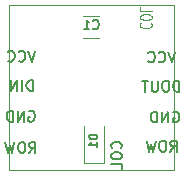
<source format=gbr>
%TF.GenerationSoftware,KiCad,Pcbnew,5.1.9*%
%TF.CreationDate,2021-04-13T03:12:43+02:00*%
%TF.ProjectId,_autosave-keycap,5f617574-6f73-4617-9665-2d6b65796361,rev?*%
%TF.SameCoordinates,Original*%
%TF.FileFunction,Legend,Bot*%
%TF.FilePolarity,Positive*%
%FSLAX46Y46*%
G04 Gerber Fmt 4.6, Leading zero omitted, Abs format (unit mm)*
G04 Created by KiCad (PCBNEW 5.1.9) date 2021-04-13 03:12:43*
%MOMM*%
%LPD*%
G01*
G04 APERTURE LIST*
%ADD10C,0.120000*%
%ADD11C,0.160000*%
%ADD12C,0.150000*%
%ADD13C,0.100000*%
G04 APERTURE END LIST*
D10*
X128117600Y-106324400D02*
X114147600Y-106324400D01*
X128117600Y-120294400D02*
X128117600Y-106324400D01*
X114147600Y-120294400D02*
X128117600Y-120294400D01*
X114147600Y-106324400D02*
X114147600Y-120294400D01*
%TO.C,C1*%
X120370548Y-109106380D02*
X121793052Y-109106380D01*
X120370548Y-107286380D02*
X121793052Y-107286380D01*
%TO.C,D1*%
X122147700Y-119692500D02*
X120447700Y-119692500D01*
X120447700Y-119692500D02*
X120447700Y-116542500D01*
X122147700Y-119692500D02*
X122147700Y-116542500D01*
%TO.C,J6*%
D11*
X128041314Y-115374000D02*
X128127028Y-115331142D01*
X128255600Y-115331142D01*
X128384171Y-115374000D01*
X128469885Y-115459714D01*
X128512742Y-115545428D01*
X128555600Y-115716857D01*
X128555600Y-115845428D01*
X128512742Y-116016857D01*
X128469885Y-116102571D01*
X128384171Y-116188285D01*
X128255600Y-116231142D01*
X128169885Y-116231142D01*
X128041314Y-116188285D01*
X127998457Y-116145428D01*
X127998457Y-115845428D01*
X128169885Y-115845428D01*
X127612742Y-116231142D02*
X127612742Y-115331142D01*
X127098457Y-116231142D01*
X127098457Y-115331142D01*
X126669885Y-116231142D02*
X126669885Y-115331142D01*
X126455600Y-115331142D01*
X126327028Y-115374000D01*
X126241314Y-115459714D01*
X126198457Y-115545428D01*
X126155600Y-115716857D01*
X126155600Y-115845428D01*
X126198457Y-116016857D01*
X126241314Y-116102571D01*
X126327028Y-116188285D01*
X126455600Y-116231142D01*
X126669885Y-116231142D01*
%TO.C,J1*%
X116363600Y-110200342D02*
X116063600Y-111100342D01*
X115763600Y-110200342D01*
X114949314Y-111014628D02*
X114992171Y-111057485D01*
X115120742Y-111100342D01*
X115206457Y-111100342D01*
X115335028Y-111057485D01*
X115420742Y-110971771D01*
X115463600Y-110886057D01*
X115506457Y-110714628D01*
X115506457Y-110586057D01*
X115463600Y-110414628D01*
X115420742Y-110328914D01*
X115335028Y-110243200D01*
X115206457Y-110200342D01*
X115120742Y-110200342D01*
X114992171Y-110243200D01*
X114949314Y-110286057D01*
X114049314Y-111014628D02*
X114092171Y-111057485D01*
X114220742Y-111100342D01*
X114306457Y-111100342D01*
X114435028Y-111057485D01*
X114520742Y-110971771D01*
X114563600Y-110886057D01*
X114606457Y-110714628D01*
X114606457Y-110586057D01*
X114563600Y-110414628D01*
X114520742Y-110328914D01*
X114435028Y-110243200D01*
X114306457Y-110200342D01*
X114220742Y-110200342D01*
X114092171Y-110243200D01*
X114049314Y-110286057D01*
%TO.C,J3*%
X115823914Y-115323200D02*
X115909628Y-115280342D01*
X116038200Y-115280342D01*
X116166771Y-115323200D01*
X116252485Y-115408914D01*
X116295342Y-115494628D01*
X116338200Y-115666057D01*
X116338200Y-115794628D01*
X116295342Y-115966057D01*
X116252485Y-116051771D01*
X116166771Y-116137485D01*
X116038200Y-116180342D01*
X115952485Y-116180342D01*
X115823914Y-116137485D01*
X115781057Y-116094628D01*
X115781057Y-115794628D01*
X115952485Y-115794628D01*
X115395342Y-116180342D02*
X115395342Y-115280342D01*
X114881057Y-116180342D01*
X114881057Y-115280342D01*
X114452485Y-116180342D02*
X114452485Y-115280342D01*
X114238200Y-115280342D01*
X114109628Y-115323200D01*
X114023914Y-115408914D01*
X113981057Y-115494628D01*
X113938200Y-115666057D01*
X113938200Y-115794628D01*
X113981057Y-115966057D01*
X114023914Y-116051771D01*
X114109628Y-116137485D01*
X114238200Y-116180342D01*
X114452485Y-116180342D01*
%TO.C,J5*%
X128572228Y-113640342D02*
X128572228Y-112740342D01*
X128357942Y-112740342D01*
X128229371Y-112783200D01*
X128143657Y-112868914D01*
X128100800Y-112954628D01*
X128057942Y-113126057D01*
X128057942Y-113254628D01*
X128100800Y-113426057D01*
X128143657Y-113511771D01*
X128229371Y-113597485D01*
X128357942Y-113640342D01*
X128572228Y-113640342D01*
X127500800Y-112740342D02*
X127329371Y-112740342D01*
X127243657Y-112783200D01*
X127157942Y-112868914D01*
X127115085Y-113040342D01*
X127115085Y-113340342D01*
X127157942Y-113511771D01*
X127243657Y-113597485D01*
X127329371Y-113640342D01*
X127500800Y-113640342D01*
X127586514Y-113597485D01*
X127672228Y-113511771D01*
X127715085Y-113340342D01*
X127715085Y-113040342D01*
X127672228Y-112868914D01*
X127586514Y-112783200D01*
X127500800Y-112740342D01*
X126729371Y-112740342D02*
X126729371Y-113468914D01*
X126686514Y-113554628D01*
X126643657Y-113597485D01*
X126557942Y-113640342D01*
X126386514Y-113640342D01*
X126300800Y-113597485D01*
X126257942Y-113554628D01*
X126215085Y-113468914D01*
X126215085Y-112740342D01*
X125915085Y-112740342D02*
X125400800Y-112740342D01*
X125657942Y-113640342D02*
X125657942Y-112740342D01*
%TO.C,J4*%
X128225400Y-110251142D02*
X127925400Y-111151142D01*
X127625400Y-110251142D01*
X126811114Y-111065428D02*
X126853971Y-111108285D01*
X126982542Y-111151142D01*
X127068257Y-111151142D01*
X127196828Y-111108285D01*
X127282542Y-111022571D01*
X127325400Y-110936857D01*
X127368257Y-110765428D01*
X127368257Y-110636857D01*
X127325400Y-110465428D01*
X127282542Y-110379714D01*
X127196828Y-110294000D01*
X127068257Y-110251142D01*
X126982542Y-110251142D01*
X126853971Y-110294000D01*
X126811114Y-110336857D01*
X125911114Y-111065428D02*
X125953971Y-111108285D01*
X126082542Y-111151142D01*
X126168257Y-111151142D01*
X126296828Y-111108285D01*
X126382542Y-111022571D01*
X126425400Y-110936857D01*
X126468257Y-110765428D01*
X126468257Y-110636857D01*
X126425400Y-110465428D01*
X126382542Y-110379714D01*
X126296828Y-110294000D01*
X126168257Y-110251142D01*
X126082542Y-110251142D01*
X125953971Y-110294000D01*
X125911114Y-110336857D01*
%TO.C,C1*%
D12*
X121240533Y-108286514D02*
X121278628Y-108324609D01*
X121392914Y-108362704D01*
X121469104Y-108362704D01*
X121583390Y-108324609D01*
X121659580Y-108248419D01*
X121697676Y-108172228D01*
X121735771Y-108019847D01*
X121735771Y-107905561D01*
X121697676Y-107753180D01*
X121659580Y-107676990D01*
X121583390Y-107600800D01*
X121469104Y-107562704D01*
X121392914Y-107562704D01*
X121278628Y-107600800D01*
X121240533Y-107638895D01*
X120478628Y-108362704D02*
X120935771Y-108362704D01*
X120707200Y-108362704D02*
X120707200Y-107562704D01*
X120783390Y-107676990D01*
X120859580Y-107753180D01*
X120935771Y-107791276D01*
%TO.C,J8*%
D11*
X123613028Y-118446937D02*
X123655885Y-118404080D01*
X123698742Y-118275508D01*
X123698742Y-118189794D01*
X123655885Y-118061222D01*
X123570171Y-117975508D01*
X123484457Y-117932651D01*
X123313028Y-117889794D01*
X123184457Y-117889794D01*
X123013028Y-117932651D01*
X122927314Y-117975508D01*
X122841600Y-118061222D01*
X122798742Y-118189794D01*
X122798742Y-118275508D01*
X122841600Y-118404080D01*
X122884457Y-118446937D01*
X122798742Y-119004080D02*
X122798742Y-119175508D01*
X122841600Y-119261222D01*
X122927314Y-119346937D01*
X123098742Y-119389794D01*
X123398742Y-119389794D01*
X123570171Y-119346937D01*
X123655885Y-119261222D01*
X123698742Y-119175508D01*
X123698742Y-119004080D01*
X123655885Y-118918365D01*
X123570171Y-118832651D01*
X123398742Y-118789794D01*
X123098742Y-118789794D01*
X122927314Y-118832651D01*
X122841600Y-118918365D01*
X122798742Y-119004080D01*
X123698742Y-120204080D02*
X123698742Y-119775508D01*
X122798742Y-119775508D01*
%TO.C,J10*%
X115845342Y-118821942D02*
X116145342Y-118393371D01*
X116359628Y-118821942D02*
X116359628Y-117921942D01*
X116016771Y-117921942D01*
X115931057Y-117964800D01*
X115888200Y-118007657D01*
X115845342Y-118093371D01*
X115845342Y-118221942D01*
X115888200Y-118307657D01*
X115931057Y-118350514D01*
X116016771Y-118393371D01*
X116359628Y-118393371D01*
X115288200Y-117921942D02*
X115116771Y-117921942D01*
X115031057Y-117964800D01*
X114945342Y-118050514D01*
X114902485Y-118221942D01*
X114902485Y-118521942D01*
X114945342Y-118693371D01*
X115031057Y-118779085D01*
X115116771Y-118821942D01*
X115288200Y-118821942D01*
X115373914Y-118779085D01*
X115459628Y-118693371D01*
X115502485Y-118521942D01*
X115502485Y-118221942D01*
X115459628Y-118050514D01*
X115373914Y-117964800D01*
X115288200Y-117921942D01*
X114602485Y-117921942D02*
X114388200Y-118821942D01*
X114216771Y-118179085D01*
X114045342Y-118821942D01*
X113831057Y-117921942D01*
%TO.C,J9*%
D13*
X125311897Y-107837233D02*
X125264278Y-107870566D01*
X125216659Y-107970566D01*
X125216659Y-108037233D01*
X125264278Y-108137233D01*
X125359516Y-108203900D01*
X125454754Y-108237233D01*
X125645230Y-108270566D01*
X125788087Y-108270566D01*
X125978563Y-108237233D01*
X126073801Y-108203900D01*
X126169040Y-108137233D01*
X126216659Y-108037233D01*
X126216659Y-107970566D01*
X126169040Y-107870566D01*
X126121420Y-107837233D01*
X126216659Y-107403900D02*
X126216659Y-107270566D01*
X126169040Y-107203900D01*
X126073801Y-107137233D01*
X125883325Y-107103900D01*
X125549992Y-107103900D01*
X125359516Y-107137233D01*
X125264278Y-107203900D01*
X125216659Y-107270566D01*
X125216659Y-107403900D01*
X125264278Y-107470566D01*
X125359516Y-107537233D01*
X125549992Y-107570566D01*
X125883325Y-107570566D01*
X126073801Y-107537233D01*
X126169040Y-107470566D01*
X126216659Y-107403900D01*
X125216659Y-106470566D02*
X125216659Y-106803900D01*
X126216659Y-106803900D01*
%TO.C,D1*%
D12*
X121627066Y-117288533D02*
X120927066Y-117288533D01*
X120927066Y-117455200D01*
X120960400Y-117555200D01*
X121027066Y-117621866D01*
X121093733Y-117655200D01*
X121227066Y-117688533D01*
X121327066Y-117688533D01*
X121460400Y-117655200D01*
X121527066Y-117621866D01*
X121593733Y-117555200D01*
X121627066Y-117455200D01*
X121627066Y-117288533D01*
X121627066Y-118355200D02*
X121627066Y-117955200D01*
X121627066Y-118155200D02*
X120927066Y-118155200D01*
X121027066Y-118088533D01*
X121093733Y-118021866D01*
X121127066Y-117955200D01*
%TO.C,J7*%
D11*
X127808742Y-118720342D02*
X128108742Y-118291771D01*
X128323028Y-118720342D02*
X128323028Y-117820342D01*
X127980171Y-117820342D01*
X127894457Y-117863200D01*
X127851600Y-117906057D01*
X127808742Y-117991771D01*
X127808742Y-118120342D01*
X127851600Y-118206057D01*
X127894457Y-118248914D01*
X127980171Y-118291771D01*
X128323028Y-118291771D01*
X127251600Y-117820342D02*
X127080171Y-117820342D01*
X126994457Y-117863200D01*
X126908742Y-117948914D01*
X126865885Y-118120342D01*
X126865885Y-118420342D01*
X126908742Y-118591771D01*
X126994457Y-118677485D01*
X127080171Y-118720342D01*
X127251600Y-118720342D01*
X127337314Y-118677485D01*
X127423028Y-118591771D01*
X127465885Y-118420342D01*
X127465885Y-118120342D01*
X127423028Y-117948914D01*
X127337314Y-117863200D01*
X127251600Y-117820342D01*
X126565885Y-117820342D02*
X126351600Y-118720342D01*
X126180171Y-118077485D01*
X126008742Y-118720342D01*
X125794457Y-117820342D01*
%TO.C,J2*%
X116135828Y-113589542D02*
X116135828Y-112689542D01*
X115921542Y-112689542D01*
X115792971Y-112732400D01*
X115707257Y-112818114D01*
X115664400Y-112903828D01*
X115621542Y-113075257D01*
X115621542Y-113203828D01*
X115664400Y-113375257D01*
X115707257Y-113460971D01*
X115792971Y-113546685D01*
X115921542Y-113589542D01*
X116135828Y-113589542D01*
X115235828Y-113589542D02*
X115235828Y-112689542D01*
X114807257Y-113589542D02*
X114807257Y-112689542D01*
X114292971Y-113589542D01*
X114292971Y-112689542D01*
%TD*%
M02*

</source>
